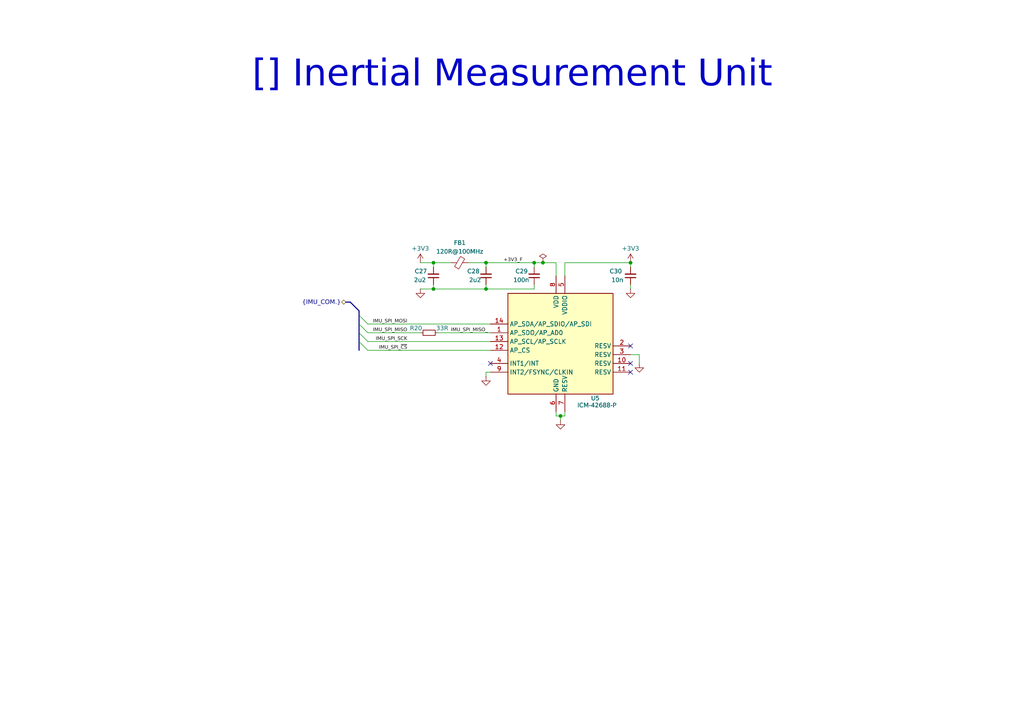
<source format=kicad_sch>
(kicad_sch (version 20231120) (generator "eeschema") (generator_version "8.0")
  (paper "A4")
  (title_block (title "Inertial Measurement Unit") (date "2025-09-01") (rev "0.1"))
  (lib_symbols
    (symbol "0_sensor:ICM-42688-P"
      (property "Reference" "U" (at 10.922 5.842 0))
      (property "Value" "ICM-42688-P" (at 9.652 3.81 0))
      (symbol "ICM-42688-P_0_1"
        (rectangle (start -15.24 2.54) (end 15.24 -26.67) (stroke (width 0.254)) (fill (type background)))
      )
      (symbol "ICM-42688-P_1_1"
        (pin output line (at -20.32 -8.89 0) (length 5.08) (name "AP_SDO/AP_AD0") (number "1"))
        (pin unspecified line (at 20.32 -17.78 180) (length 5.08) (name "RESV") (number "10"))
        (pin unspecified line (at 20.32 -20.32 180) (length 5.08) (name "RESV") (number "11"))
        (pin input line (at -20.32 -13.97 0) (length 5.08) (name "AP_CS") (number "12"))
        (pin input line (at -20.32 -11.43 0) (length 5.08) (name "AP_SCL/AP_SCLK") (number "13"))
        (pin bidirectional line (at -20.32 -6.35 0) (length 5.08) (name "AP_SDA/AP_SDIO/AP_SDI") (number "14"))
        (pin unspecified line (at 20.32 -12.7 180) (length 5.08) (name "RESV") (number "2"))
        (pin unspecified line (at 20.32 -15.24 180) (length 5.08) (name "RESV") (number "3"))
        (pin output line (at -20.32 -17.78 0) (length 5.08) (name "INT1/INT") (number "4"))
        (pin power_in line (at 1.27 7.62 270) (length 5.08) (name "VDDIO") (number "5"))
        (pin power_in line (at -1.27 -31.75 90) (length 5.08) (name "GND") (number "6"))
        (pin power_in line (at 1.27 -31.75 90) (length 5.08) (name "RESV") (number "7"))
        (pin power_in line (at -1.27 7.62 270) (length 5.08) (name "VDD") (number "8"))
        (pin passive line (at -20.32 -20.32 0) (length 5.08) (name "INT2/FSYNC/CLKIN") (number "9"))
      )
    )
    (symbol "Device:C_Small" (pin_numbers hide) (pin_names (offset 0.254) hide)
      (property "Reference" "C" (at 0.254 1.778 0))
      (property "Value" "C_Small" (at 0.254 -2.032 0))
      (symbol "C_Small_0_1"
        (polyline (pts (xy -1.524 -0.508) (xy 1.524 -0.508)) (stroke (width 0.3302)))
        (polyline (pts (xy -1.524 0.508) (xy 1.524 0.508)) (stroke (width 0.3048)))
      )
      (symbol "C_Small_1_1"
        (pin passive line (at 0 2.54 270) (length 2.032) (name "~") (number "1"))
        (pin passive line (at 0 -2.54 90) (length 2.032) (name "~") (number "2"))
      )
    )
    (symbol "Device:FerriteBead_Small" (pin_numbers hide) (pin_names (offset 0))
      (property "Reference" "FB" (at 1.905 1.27 0))
      (property "Value" "FerriteBead_Small" (at 1.905 -1.27 0))
      (symbol "FerriteBead_Small_0_1"
        (polyline (pts (xy 0 -1.27) (xy 0 -0.7874)))
        (polyline (pts (xy 0 0.889) (xy 0 1.2954)))
        (polyline (pts (xy -1.8288 0.2794) (xy -1.1176 1.4986) (xy 1.8288 -0.2032) (xy 1.1176 -1.4224) (xy -1.8288 0.2794)))
      )
      (symbol "FerriteBead_Small_1_1"
        (pin passive line (at 0 2.54 270) (length 1.27) (name "~") (number "1"))
        (pin passive line (at 0 -2.54 90) (length 1.27) (name "~") (number "2"))
      )
    )
    (symbol "Device:R_Small" (pin_numbers hide) (pin_names (offset 0.254) hide)
      (property "Reference" "R" (at 0.762 0.508 0))
      (property "Value" "R_Small" (at 0.762 -1.016 0))
      (symbol "R_Small_0_1"
        (rectangle (start -0.762 1.778) (end 0.762 -1.778) (stroke (width 0.2032)))
      )
      (symbol "R_Small_1_1"
        (pin passive line (at 0 2.54 270) (length 0.762) (name "~") (number "1"))
        (pin passive line (at 0 -2.54 90) (length 0.762) (name "~") (number "2"))
      )
    )
    (symbol "GND_1" (power) (pin_numbers hide) (pin_names (offset 0) hide)
      (property "Value" "GND" (at 0 -3.81 0))
      (symbol "GND_1_0_1"
        (polyline (pts (xy 0 0) (xy 0 -1.27) (xy 1.27 -1.27) (xy 0 -2.54) (xy -1.27 -1.27) (xy 0 -1.27)))
      )
      (symbol "GND_1_1_1"
        (pin power_in line (at 0 0 270) (length 0) (name "~") (number "1"))
      )
    )
    (symbol "power:+3V3" (power) (pin_numbers hide) (pin_names (offset 0) hide)
      (property "Value" "+3V3" (at 0 3.556 0))
      (symbol "+3V3_0_1"
        (polyline (pts (xy -0.762 1.27) (xy 0 2.54)))
        (polyline (pts (xy 0 0) (xy 0 2.54)))
        (polyline (pts (xy 0 2.54) (xy 0.762 1.27)))
      )
      (symbol "+3V3_1_1"
        (pin power_in line (at 0 0 90) (length 0) (name "~") (number "1"))
      )
    )
    (symbol "power:PWR_FLAG" (power) (pin_numbers hide) (pin_names (offset 0) hide)
      (property "Value" "PWR_FLAG" (at 0 3.81 0))
      (symbol "PWR_FLAG_0_0"
        (pin power_out line (at 0 0 90) (length 0) (name "~") (number "1"))
      )
      (symbol "PWR_FLAG_0_1"
        (polyline (pts (xy 0 0) (xy 0 1.27) (xy -1.016 1.905) (xy 0 2.54) (xy 1.016 1.905) (xy 0 1.27)))
      )
    )
  )
  (junction (at 162.56 120.65))
  (junction (at 154.94 76.2))
  (junction (at 125.73 83.82))
  (junction (at 140.97 76.2))
  (junction (at 140.97 83.82))
  (junction (at 182.88 76.2))
  (junction (at 157.48 76.2))
  (junction (at 125.73 76.2))
  (no_connect (at 182.88 107.95))
  (no_connect (at 142.24 105.41))
  (no_connect (at 182.88 100.33))
  (no_connect (at 182.88 105.41))
  (bus_entry (at 104.14 99.06) (size 2.54 2.54))
  (bus_entry (at 104.14 96.52) (size 2.54 2.54))
  (bus_entry (at 104.14 93.98) (size 2.54 2.54))
  (bus_entry (at 104.14 91.44) (size 2.54 2.54))
  (wire (pts (xy 157.48 76.2) (xy 154.94 76.2)))
  (wire (pts (xy 121.92 83.82) (xy 125.73 83.82)))
  (wire (pts (xy 182.88 76.2) (xy 182.88 77.47)))
  (wire (pts (xy 142.24 107.95) (xy 140.97 107.95)))
  (wire (pts (xy 154.94 82.55) (xy 154.94 83.82)))
  (wire (pts (xy 163.83 120.65) (xy 163.83 119.38)))
  (wire (pts (xy 106.68 101.6) (xy 142.24 101.6)))
  (wire (pts (xy 185.42 102.87) (xy 185.42 105.41)))
  (wire (pts (xy 163.83 80.01) (xy 163.83 76.2)))
  (wire (pts (xy 106.68 93.98) (xy 142.24 93.98)))
  (bus (pts (xy 101.6 87.63) (xy 104.14 90.17)))
  (bus (pts (xy 104.14 91.44) (xy 104.14 93.98)))
  (wire (pts (xy 125.73 76.2) (xy 125.73 77.47)))
  (bus (pts (xy 104.14 96.52) (xy 104.14 99.06)))
  (bus (pts (xy 101.6 87.63) (xy 100.33 87.63)))
  (wire (pts (xy 161.29 120.65) (xy 161.29 119.38)))
  (wire (pts (xy 182.88 82.55) (xy 182.88 83.82)))
  (wire (pts (xy 135.89 76.2) (xy 140.97 76.2)))
  (wire (pts (xy 140.97 107.95) (xy 140.97 109.22)))
  (wire (pts (xy 162.56 120.65) (xy 163.83 120.65)))
  (wire (pts (xy 161.29 120.65) (xy 162.56 120.65)))
  (wire (pts (xy 161.29 80.01) (xy 161.29 76.2)))
  (wire (pts (xy 140.97 77.47) (xy 140.97 76.2)))
  (wire (pts (xy 106.68 99.06) (xy 142.24 99.06)))
  (wire (pts (xy 106.68 96.52) (xy 121.92 96.52)))
  (wire (pts (xy 125.73 83.82) (xy 140.97 83.82)))
  (wire (pts (xy 125.73 82.55) (xy 125.73 83.82)))
  (wire (pts (xy 161.29 76.2) (xy 157.48 76.2)))
  (wire (pts (xy 125.73 76.2) (xy 130.81 76.2)))
  (wire (pts (xy 162.56 120.65) (xy 162.56 121.92)))
  (bus (pts (xy 104.14 93.98) (xy 104.14 96.52)))
  (bus (pts (xy 104.14 90.17) (xy 104.14 91.44)))
  (wire (pts (xy 140.97 76.2) (xy 154.94 76.2)))
  (wire (pts (xy 140.97 83.82) (xy 154.94 83.82)))
  (wire (pts (xy 163.83 76.2) (xy 182.88 76.2)))
  (bus (pts (xy 104.14 99.06) (xy 104.14 101.6)))
  (wire (pts (xy 182.88 102.87) (xy 185.42 102.87)))
  (wire (pts (xy 140.97 82.55) (xy 140.97 83.82)))
  (wire (pts (xy 154.94 76.2) (xy 154.94 77.47)))
  (wire (pts (xy 127 96.52) (xy 142.24 96.52)))
  (wire (pts (xy 121.92 76.2) (xy 125.73 76.2)))
  (text_box "[${#}] ${TITLE}" (at 11.43 11.43 0) (size 274.32 22.86) (stroke (width -0.0001)) (effects (font (size 7.62 7.62)) (justify top)))
  (label "IMU_SPI_MISO_" (at 130.81 96.52 0) (effects (font (size 1.016 1.016))))
  (label "IMU_SPI_MISO" (at 118.11 96.52 180) (effects (font (size 1.016 1.016))))
  (label "IMU_SPI_MOSI" (at 118.11 93.98 180) (effects (font (size 1.016 1.016))))
  (label "IMU_SPI_SCK" (at 118.11 99.06 180) (effects (font (size 1.016 1.016))))
  (label "+3V3_F" (at 146.05 76.2 0) (effects (font (size 1.016 1.016))))
  (label "IMU_SPI_~{CS}" (at 118.11 101.6 180) (effects (font (size 1.016 1.016))))
  (hierarchical_label "{IMU_COM.}" (shape bidirectional) (at 100.33 87.63 180))
  (symbol (lib_name "GND_1") (lib_id "power:GND") (at 182.88 83.82 0) (unit 1)
    (property "Reference" "#PWR030" (effects (hide yes)))
    (property "Value" "GND" (effects (hide yes)))
    (property "Description" "Power symbol creates a global label with name \"GND\" , ground" (effects (hide yes)))
  )
  (symbol (lib_id "Device:C_Small") (at 182.88 80.01 180) (unit 1)
    (property "Reference" "C30" (at 180.34 78.74 0) (effects (justify left)))
    (property "Value" "10n" (at 180.975 81.28 0) (effects (justify left)))
    (property "Footprint" "Capacitor_SMD:C_0402_1005Metric" (effects (hide yes)))
    (property "Description" "Multilayer Ceramic Capacitors MLCC - SMD/SMT 0.01 uF 25 VDC 2% 0402 C0G (NP0)" (effects (hide yes)))
    (property "Manufacturer" "Murata Electronics" (effects (hide yes)))
    (property "Mfr Part Number" "GRM1555C1E103GE01D" (effects (hide yes)))
  )
  (symbol (lib_id "Device:C_Small") (at 125.73 80.01 180) (unit 1)
    (property "Reference" "C27" (at 123.825 78.74 0) (effects (justify left)))
    (property "Value" "2u2" (at 123.698 81.28 0) (effects (justify left)))
    (property "Footprint" "Capacitor_SMD:C_0402_1005Metric" (effects (hide yes)))
    (property "Description" "Multilayer Ceramic Capacitors MLCC - SMD/SMT 2.2 uF 10 VDC 10% 0402 X7S" (effects (hide yes)))
    (property "Manufacturer" "Murata Electronics" (effects (hide yes)))
    (property "Mfr Part Number" "GRM155C71A225KE11D" (effects (hide yes)))
  )
  (symbol (lib_id "power:+3V3") (at 121.92 76.2 0) (unit 1)
    (property "Reference" "#PWR027" (effects (hide yes)))
    (property "Value" "+3V3" (at 121.92 72.136 0))
    (property "Description" "Power symbol creates a global label with name \"+3V3\"" (effects (hide yes)))
  )
  (symbol (lib_name "GND_1") (lib_id "power:GND") (at 185.42 105.41 0) (unit 1)
    (property "Reference" "#PWR032" (effects (hide yes)))
    (property "Value" "GND" (effects (hide yes)))
    (property "Description" "Power symbol creates a global label with name \"GND\" , ground" (effects (hide yes)))
  )
  (symbol (lib_id "power:+3V3") (at 182.88 76.2 0) (unit 1)
    (property "Reference" "#PWR028" (effects (hide yes)))
    (property "Value" "+3V3" (at 182.88 72.136 0))
    (property "Description" "Power symbol creates a global label with name \"+3V3\"" (effects (hide yes)))
  )
  (symbol (lib_name "GND_1") (lib_id "power:GND") (at 121.92 83.82 0) (unit 1)
    (property "Reference" "#PWR037" (effects (hide yes)))
    (property "Value" "GND" (effects (hide yes)))
    (property "Description" "Power symbol creates a global label with name \"GND\" , ground" (effects (hide yes)))
  )
  (symbol (lib_id "Device:FerriteBead_Small") (at 133.35 76.2 90) (unit 1)
    (property "Reference" "FB1" (at 133.35 70.485 90))
    (property "Value" "120R@100MHz" (at 133.35 73.025 90))
    (property "Footprint" "Inductor_SMD:L_0402_1005Metric" (effects (hide yes)))
    (property "Datasheet" "https://www.mouser.com/catalog/specsheets/Murata_4-4-2023_QNFA9176BH.pdf" (effects (hide yes)))
    (property "Description" "Ferrite Beads 0402 120ohm 25% 5A AEC-Q200" (effects (hide yes)))
    (property "Manufacturer" "Murata Electronics" (effects (hide yes)))
    (property "Mfr Part Number" "BLM15PX121BH1D" (effects (hide yes)))
  )
  (symbol (lib_id "power:PWR_FLAG") (at 157.48 76.2 0) (unit 1)
    (property "Reference" "#FLG01" (effects (hide yes)))
    (property "Value" "PWR_FLAG" (effects (hide yes)))
    (property "Description" "Special symbol for telling ERC where power comes from" (effects (hide yes)))
  )
  (symbol (lib_name "GND_1") (lib_id "power:GND") (at 140.97 109.22 0) (unit 1)
    (property "Reference" "#PWR035" (effects (hide yes)))
    (property "Value" "GND" (effects (hide yes)))
    (property "Description" "Power symbol creates a global label with name \"GND\" , ground" (effects (hide yes)))
  )
  (symbol (lib_id "Device:C_Small") (at 154.94 80.01 180) (unit 1)
    (property "Reference" "C29" (at 153.035 78.74 0) (effects (justify left)))
    (property "Value" "100n" (at 153.67 81.28 0) (effects (justify left)))
    (property "Footprint" "Capacitor_SMD:C_0402_1005Metric" (effects (hide yes)))
    (property "Description" "Multilayer Ceramic Capacitors MLCC - SMD/SMT 16V 0.1uF X7R 0402 10 %" (effects (hide yes)))
    (property "Manufacturer" "TAIYO YUDEN" (effects (hide yes)))
    (property "Mfr Part Number" "MSASE105SB7104KFNA01" (effects (hide yes)))
  )
  (symbol (lib_id "Device:C_Small") (at 140.97 80.01 180) (unit 1)
    (property "Reference" "C28" (at 139.065 78.74 0) (effects (justify left)))
    (property "Value" "2u2" (at 139.7 81.28 0) (effects (justify left)))
    (property "Footprint" "Capacitor_SMD:C_0402_1005Metric" (effects (hide yes)))
    (property "Description" "Multilayer Ceramic Capacitors MLCC - SMD/SMT 2.2 uF 10 VDC 10% 0402 X7S" (effects (hide yes)))
    (property "Manufacturer" "Murata Electronics" (effects (hide yes)))
    (property "Mfr Part Number" "GRM155C71A225KE11D" (effects (hide yes)))
  )
  (symbol (lib_name "GND_1") (lib_id "power:GND") (at 162.56 121.92 0) (unit 1)
    (property "Reference" "#PWR023" (effects (hide yes)))
    (property "Value" "GND" (effects (hide yes)))
    (property "Description" "Power symbol creates a global label with name \"GND\" , ground" (effects (hide yes)))
  )
  (symbol (lib_id "0_sensor:ICM-42688-P") (at 162.56 87.63 0) (unit 1)
    (property "Reference" "U5" (at 171.45 115.57 0) (effects (justify left)))
    (property "Value" "ICM-42688-P" (at 166.116 117.602 0) (effects (justify left)))
    (property "Footprint" "0_sensor:ICM-42688-P" (effects (hide yes)))
    (property "Datasheet" "https://invensense.tdk.com/wp-content/uploads/2020/04/ds-000347_icm-42688-p-datasheet.pdf" (effects (hide yes)))
    (property "Description" "High Precision 6-Axis MEMS MotionTrackingTM Device" (effects (hide yes)))
    (property "Manufacturer" "TDK InvenSense" (effects (hide yes)))
    (property "Mfr Part Number" "ICM-42688-P" (effects (hide yes)))
  )
  (symbol (lib_id "Device:R_Small") (at 124.46 96.52 90) (unit 1)
    (property "Reference" "R20" (at 120.65 95.25 90))
    (property "Value" "33R" (at 128.27 95.25 90))
    (property "Footprint" "Resistor_SMD:R_0402_1005Metric" (effects (hide yes)))
    (property "Description" "Thick Film Resistors - SMD 1/16watt 33ohms 1% 100ppm" (effects (hide yes)))
    (property "Manufacturer" "Vishay / Dale" (effects (hide yes)))
    (property "Mfr Part Number" "CRCW040220K0FKED" (effects (hide yes)))
  )
)
</source>
